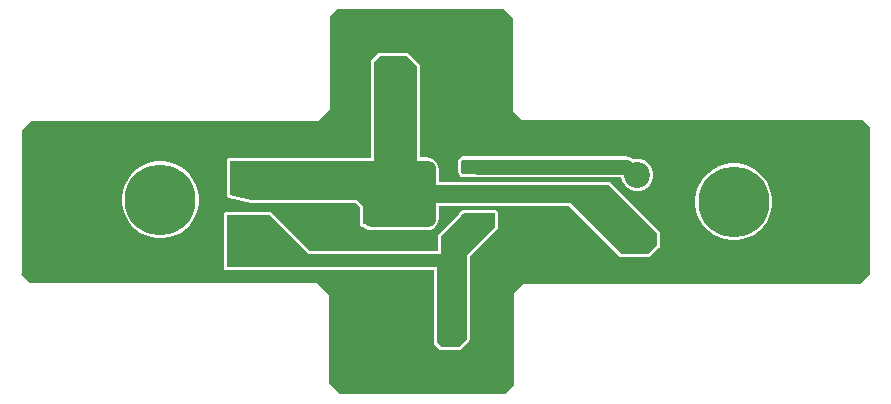
<source format=gtl>
G04*
G04 #@! TF.GenerationSoftware,Altium Limited,Altium Designer,22.9.1 (49)*
G04*
G04 Layer_Physical_Order=1*
G04 Layer_Color=255*
%FSLAX44Y44*%
%MOMM*%
G71*
G04*
G04 #@! TF.SameCoordinates,E343571A-C553-4397-B335-E36F9F7E1520*
G04*
G04*
G04 #@! TF.FilePolarity,Positive*
G04*
G01*
G75*
G04:AMPARAMS|DCode=13|XSize=2.83mm|YSize=1.22mm|CornerRadius=0.1525mm|HoleSize=0mm|Usage=FLASHONLY|Rotation=180.000|XOffset=0mm|YOffset=0mm|HoleType=Round|Shape=RoundedRectangle|*
%AMROUNDEDRECTD13*
21,1,2.8300,0.9150,0,0,180.0*
21,1,2.5250,1.2200,0,0,180.0*
1,1,0.3050,-1.2625,0.4575*
1,1,0.3050,1.2625,0.4575*
1,1,0.3050,1.2625,-0.4575*
1,1,0.3050,-1.2625,-0.4575*
%
%ADD13ROUNDEDRECTD13*%
G04:AMPARAMS|DCode=18|XSize=6.1mm|YSize=5.63mm|CornerRadius=0.7038mm|HoleSize=0mm|Usage=FLASHONLY|Rotation=180.000|XOffset=0mm|YOffset=0mm|HoleType=Round|Shape=RoundedRectangle|*
%AMROUNDEDRECTD18*
21,1,6.1000,4.2225,0,0,180.0*
21,1,4.6925,5.6300,0,0,180.0*
1,1,1.4075,-2.3463,2.1113*
1,1,1.4075,2.3463,2.1113*
1,1,1.4075,2.3463,-2.1113*
1,1,1.4075,-2.3463,-2.1113*
%
%ADD18ROUNDEDRECTD18*%
%ADD19C,1.2500*%
%ADD20C,2.2000*%
%ADD21C,6.0000*%
G36*
X158000Y321300D02*
Y243100D01*
X165700Y235400D01*
X453600D01*
X460100Y228900D01*
Y104700D01*
X451800Y96400D01*
X166500D01*
X158800Y88700D01*
X159200Y88300D01*
Y11000D01*
X151000Y2800D01*
X10800D01*
Y3600D01*
X2600Y11800D01*
Y86200D01*
X-8000Y96800D01*
X-250400D01*
X-258200Y104600D01*
X-257400Y105400D01*
Y212300D01*
Y226800D01*
X-249200Y235000D01*
X-248800Y234600D01*
X-6400D01*
X3000Y244000D01*
Y323200D01*
X8800Y329000D01*
X150300D01*
X158000Y321300D01*
D02*
G37*
%LPC*%
G36*
X253979Y204416D02*
X128590D01*
X127479Y204270D01*
X115965D01*
X114379Y203954D01*
X113034Y203056D01*
X112136Y201711D01*
X111820Y200125D01*
Y190975D01*
X112136Y189389D01*
X113034Y188044D01*
X114379Y187146D01*
X115965Y186830D01*
X127479D01*
X128590Y186684D01*
X249996D01*
X250883Y183374D01*
X252665Y180286D01*
X255186Y177765D01*
X258274Y175983D01*
X261717Y175060D01*
X265283D01*
X268726Y175983D01*
X271814Y177765D01*
X274335Y180286D01*
X276117Y183374D01*
X277040Y186817D01*
Y190383D01*
X276117Y193826D01*
X274335Y196914D01*
X271814Y199435D01*
X268726Y201217D01*
X265283Y202140D01*
X261717D01*
X260306Y201762D01*
X260248Y201819D01*
X258412Y203228D01*
X257526Y203595D01*
X256274Y204114D01*
X253979Y204416D01*
D02*
G37*
G36*
X-137739Y200140D02*
X-142861D01*
X-147920Y199339D01*
X-152791Y197756D01*
X-157355Y195431D01*
X-161498Y192420D01*
X-165120Y188798D01*
X-168131Y184655D01*
X-170456Y180091D01*
X-172039Y175220D01*
X-172840Y170161D01*
Y165039D01*
X-172039Y159980D01*
X-170456Y155109D01*
X-168131Y150545D01*
X-165120Y146402D01*
X-161498Y142780D01*
X-157355Y139769D01*
X-152791Y137444D01*
X-147920Y135861D01*
X-142861Y135060D01*
X-137739D01*
X-132680Y135861D01*
X-127809Y137444D01*
X-123245Y139769D01*
X-119102Y142780D01*
X-115480Y146402D01*
X-112469Y150545D01*
X-110144Y155109D01*
X-108561Y159980D01*
X-107760Y165039D01*
Y170161D01*
X-108561Y175220D01*
X-110144Y180091D01*
X-112469Y184655D01*
X-115480Y188798D01*
X-119102Y192420D01*
X-123245Y195431D01*
X-127809Y197756D01*
X-132680Y199339D01*
X-137739Y200140D01*
D02*
G37*
G36*
X347561Y198340D02*
X342439D01*
X337380Y197539D01*
X332509Y195956D01*
X327945Y193631D01*
X323802Y190620D01*
X320180Y186998D01*
X317169Y182855D01*
X314844Y178291D01*
X313261Y173420D01*
X312460Y168361D01*
Y163239D01*
X313261Y158180D01*
X314844Y153309D01*
X317169Y148745D01*
X320180Y144602D01*
X323802Y140980D01*
X327945Y137969D01*
X332509Y135644D01*
X337380Y134061D01*
X342439Y133260D01*
X347561D01*
X352620Y134061D01*
X357491Y135644D01*
X362055Y137969D01*
X366198Y140980D01*
X369820Y144602D01*
X372831Y148745D01*
X375156Y153309D01*
X376739Y158180D01*
X377540Y163239D01*
Y168361D01*
X376739Y173420D01*
X375156Y178291D01*
X372831Y182855D01*
X369820Y186998D01*
X366198Y190620D01*
X362055Y193631D01*
X357491Y195956D01*
X352620Y197539D01*
X347561Y198340D01*
D02*
G37*
G36*
X143070Y158730D02*
X116400D01*
X115409Y158533D01*
X115039Y158285D01*
X114379Y158154D01*
X113034Y157256D01*
X112136Y155911D01*
X112043Y155446D01*
X95519Y138921D01*
X94957Y138081D01*
X94760Y137090D01*
Y124440D01*
X-13577D01*
X-45839Y156701D01*
X-46679Y157263D01*
X-47670Y157460D01*
X-84260D01*
X-85251Y157263D01*
X-86091Y156701D01*
X-86653Y155861D01*
X-86850Y154870D01*
Y110420D01*
X-86653Y109429D01*
X-86091Y108589D01*
X-85251Y108027D01*
X-84260Y107830D01*
X90950D01*
Y46920D01*
D01*
Y46920D01*
X91147Y45929D01*
X91372Y45592D01*
X91709Y45089D01*
X91709Y45089D01*
X95519Y41279D01*
X96359Y40717D01*
X97350Y40520D01*
X112310D01*
X113301Y40717D01*
X114141Y41279D01*
X120771Y47909D01*
X121333Y48749D01*
X121530Y49740D01*
Y119507D01*
X144901Y142879D01*
X145463Y143719D01*
X145660Y144710D01*
Y156140D01*
X145463Y157131D01*
X144901Y157971D01*
X144061Y158533D01*
X143070Y158730D01*
D02*
G37*
G36*
X68140Y292080D02*
X45280D01*
X44289Y291883D01*
X43449Y291321D01*
X38369Y286241D01*
X37807Y285401D01*
X37610Y284410D01*
Y203289D01*
X36783Y203180D01*
X-81720D01*
X-82711Y202983D01*
X-83551Y202421D01*
X-84113Y201581D01*
X-84310Y200590D01*
Y171707D01*
X-84267Y171489D01*
X-84272Y171268D01*
X-84169Y170999D01*
X-84113Y170716D01*
X-83989Y170532D01*
X-83910Y170324D01*
X-83711Y170115D01*
X-83551Y169876D01*
X-83367Y169753D01*
X-83214Y169592D01*
X-82951Y169475D01*
X-82711Y169314D01*
X-82493Y169271D01*
X-82290Y169181D01*
X-63970Y165044D01*
X-63682Y165036D01*
X-63400Y164980D01*
X25157D01*
X28720Y161417D01*
Y147250D01*
X28917Y146259D01*
X29479Y145419D01*
X30319Y144857D01*
X31310Y144660D01*
X31857D01*
X33797Y143172D01*
X36127Y142206D01*
X38628Y141877D01*
X85553D01*
X88053Y142206D01*
X90383Y143172D01*
X92383Y144707D01*
X93918Y146707D01*
X94883Y149037D01*
X95213Y151538D01*
Y162110D01*
X205827D01*
X248069Y119869D01*
X248909Y119307D01*
X249900Y119110D01*
X272700D01*
X273691Y119307D01*
X274531Y119869D01*
X281731Y127069D01*
X282293Y127909D01*
X282490Y128900D01*
Y139000D01*
X282293Y139991D01*
X281731Y140831D01*
X240931Y181631D01*
X240091Y182193D01*
X239100Y182390D01*
X95213D01*
Y193762D01*
X94883Y196263D01*
X93918Y198592D01*
X92383Y200593D01*
X90383Y202128D01*
X88053Y203093D01*
X85553Y203423D01*
X79620D01*
Y280600D01*
X79423Y281591D01*
X78861Y282431D01*
X69971Y291321D01*
X69131Y291883D01*
X68140Y292080D01*
D02*
G37*
%LPD*%
G36*
X143070Y144710D02*
X118940Y120580D01*
Y49740D01*
X112310Y43110D01*
X97350D01*
X93540Y46920D01*
Y110420D01*
X-84260D01*
Y154870D01*
X-47670D01*
X-14650Y121850D01*
X97350D01*
Y137090D01*
X116400Y156140D01*
X143070D01*
Y144710D01*
D02*
G37*
G36*
X77030Y280600D02*
Y191700D01*
X46550D01*
Y147250D01*
X45280Y145980D01*
X44010Y147250D01*
X31310D01*
Y162490D01*
X26230Y167570D01*
X-63400D01*
X-81720Y171707D01*
Y200590D01*
X40200D01*
Y284410D01*
X45280Y289490D01*
X68140D01*
X77030Y280600D01*
D02*
G37*
G36*
X69900Y179800D02*
X239100D01*
X279900Y139000D01*
Y128900D01*
X272700Y121700D01*
X249900D01*
X206900Y164700D01*
X66100D01*
Y180215D01*
X67363Y181018D01*
X69900Y179800D01*
D02*
G37*
D13*
X128590Y149750D02*
D03*
Y195550D02*
D03*
D18*
X62090Y172650D02*
D03*
D19*
X253979Y195550D02*
X260929Y188600D01*
X128590Y195550D02*
X253979D01*
X260929Y188600D02*
X263500D01*
D20*
X106240Y276790D02*
D03*
X55440D02*
D03*
X-51800Y188600D02*
D03*
Y137800D02*
D03*
X106240Y55810D02*
D03*
X55440D02*
D03*
X263500Y188600D02*
D03*
Y137800D02*
D03*
D21*
X345000Y165800D02*
D03*
X-140300Y167600D02*
D03*
M02*

</source>
